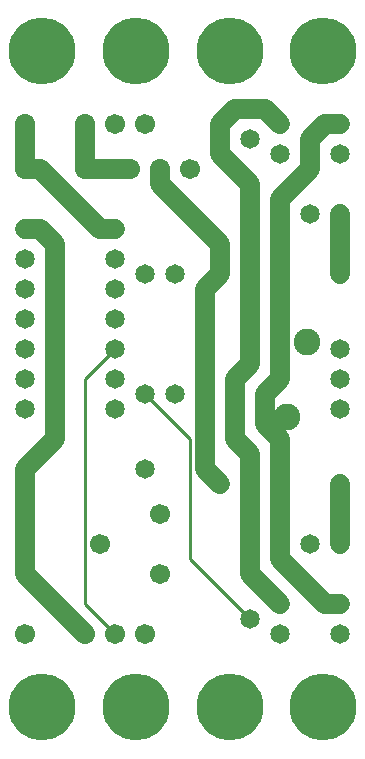
<source format=gtl>
%MOIN*%
%FSLAX25Y25*%
G04 D10 used for Character Trace; *
G04     Circle (OD=.01000) (No hole)*
G04 D11 used for Power Trace; *
G04     Circle (OD=.06700) (No hole)*
G04 D12 used for Signal Trace; *
G04     Circle (OD=.01100) (No hole)*
G04 D13 used for Via; *
G04     Circle (OD=.05800) (Round. Hole ID=.02800)*
G04 D14 used for Component hole; *
G04     Circle (OD=.06500) (Round. Hole ID=.03500)*
G04 D15 used for Component hole; *
G04     Circle (OD=.06700) (Round. Hole ID=.04300)*
G04 D16 used for Component hole; *
G04     Circle (OD=.08100) (Round. Hole ID=.05100)*
G04 D17 used for Component hole; *
G04     Circle (OD=.08900) (Round. Hole ID=.05900)*
G04 D18 used for Component hole; *
G04     Circle (OD=.11300) (Round. Hole ID=.08300)*
G04 D19 used for Component hole; *
G04     Circle (OD=.16000) (Round. Hole ID=.13000)*
G04 D20 used for Component hole; *
G04     Circle (OD=.18300) (Round. Hole ID=.15300)*
G04 D21 used for Component hole; *
G04     Circle (OD=.22291) (Round. Hole ID=.19291)*
%ADD10C,.01000*%
%ADD11C,.06700*%
%ADD12C,.01100*%
%ADD13C,.05800*%
%ADD14C,.06500*%
%ADD15C,.06700*%
%ADD16C,.08100*%
%ADD17C,.08900*%
%ADD18C,.11300*%
%ADD19C,.16000*%
%ADD20C,.18300*%
%ADD21C,.22291*%
%IPPOS*%
%LPD*%
G90*X0Y0D02*D21*X15625Y15625D03*D15*              
X40000Y40000D03*D12*X30000Y50000D01*Y125000D01*   
X40000Y135000D01*D14*D03*Y145000D03*Y125000D03*   
X50000Y120000D03*D12*X65000Y105000D01*Y65000D01*  
X85000Y45000D01*D14*D03*X95000Y40000D03*Y50000D03*
D11*X85000Y60000D01*Y100000D01*X80000Y105000D01*  
Y115000D01*D13*D03*D11*Y125000D01*                
X85000Y130000D01*Y135000D01*D13*D03*D11*          
Y175000D01*D13*D03*D11*Y190000D01*                
X75000Y200000D01*Y210000D01*X80000Y215000D01*     
X90000D01*X95000Y210000D01*D14*D03*D11*           
X105000Y195000D02*Y205000D01*X95000Y185000D02*    
X105000Y195000D01*X95000Y125000D02*Y185000D01*    
X90000Y120000D02*X95000Y125000D01*                
X90000Y110000D02*Y120000D01*X95000Y105000D02*     
X90000Y110000D01*X95000Y80000D02*Y105000D01*D13*  
Y80000D03*D11*Y65000D01*X110000Y50000D01*         
X115000D01*D14*D03*Y40000D03*Y70000D03*D11*       
Y90000D01*D14*D03*X105000Y70000D03*               
X115000Y115000D03*D17*X97300Y112600D03*D14*       
X115000Y125000D03*X75000Y90000D03*D11*            
X70000Y95000D01*Y155000D01*X75000Y160000D01*D14*  
D03*D11*Y170000D01*X55000Y190000D01*Y195000D01*   
D15*D03*X65000D03*X45000D03*D11*X30000D01*D15*D03*
D11*Y210000D01*D15*D03*X40000D03*D11*             
X35000Y175000D02*X15000Y195000D01*                
X35000Y175000D02*X40000D01*D14*D03*Y165000D03*    
X50000Y160000D03*X60000D03*X40000Y155000D03*D11*  
X20000Y105000D02*Y170000D01*D13*Y105000D03*D11*   
X10000Y95000D01*D14*D03*D11*Y60000D01*            
X30000Y40000D01*D15*D03*X50000D03*X10000D03*D21*  
X46875Y15625D03*D15*X55000Y60000D03*              
X35000Y70000D03*X55000Y80000D03*D21*              
X78125Y15625D03*D14*X50000Y95000D03*              
X40000Y115000D03*X10000D03*X60000Y120000D03*D21*  
X109375Y15625D03*D14*X10000Y125000D03*            
X115000Y135000D03*D17*X104000Y137400D03*D14*      
X10000Y135000D03*Y145000D03*Y155000D03*           
X115000Y160000D03*D11*Y180000D01*D14*D03*         
X105000D03*X95000Y200000D03*X115000D03*D11*       
X105000Y205000D02*X110000Y210000D01*X115000D01*   
D14*D03*D21*X109375Y234375D03*D14*                
X85000Y205000D03*D21*X78125Y234375D03*D15*        
X50000Y210000D03*D21*X46875Y234375D03*D11*        
X20000Y170000D02*X15000Y175000D01*X10000D01*D14*  
D03*Y165000D03*D11*Y195000D02*X15000D01*D15*      
X10000D03*D11*Y210000D01*D15*D03*D21*             
X15625Y234375D03*M02*                             

</source>
